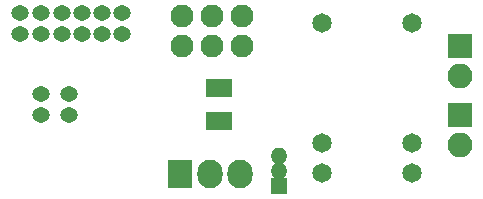
<source format=gbr>
G04 #@! TF.FileFunction,Soldermask,Bot*
%FSLAX46Y46*%
G04 Gerber Fmt 4.6, Leading zero omitted, Abs format (unit mm)*
G04 Created by KiCad (PCBNEW 4.0.2+dfsg1-stable) date 2017年12月22日 星期五 14时14分46秒*
%MOMM*%
G01*
G04 APERTURE LIST*
%ADD10C,0.100000*%
%ADD11C,1.950000*%
%ADD12R,2.100000X2.100000*%
%ADD13O,2.100000X2.100000*%
%ADD14R,2.178000X1.517600*%
%ADD15O,1.500000X1.298400*%
%ADD16R,2.127200X2.432000*%
%ADD17O,2.127200X2.432000*%
%ADD18O,1.499820X1.296620*%
%ADD19R,1.400000X1.400000*%
%ADD20O,1.400000X1.400000*%
%ADD21C,1.650000*%
G04 APERTURE END LIST*
D10*
D11*
X144063720Y-100457000D03*
X144063720Y-97917000D03*
X146603720Y-100457000D03*
X146603720Y-97917000D03*
X149143720Y-100457000D03*
X149143720Y-97917000D03*
D12*
X167528240Y-100416360D03*
D13*
X167528240Y-102956360D03*
D14*
X147193000Y-106807000D03*
X147193000Y-104013000D03*
D15*
X132080000Y-104521000D03*
X132080000Y-106299000D03*
D16*
X143891000Y-111252000D03*
D17*
X146431000Y-111252000D03*
X148971000Y-111252000D03*
D18*
X135534400Y-99390200D03*
X135534400Y-97614740D03*
X133832600Y-99390200D03*
X133832600Y-97614740D03*
X132054600Y-99390200D03*
X132054600Y-97614740D03*
X130347720Y-99395280D03*
X130347720Y-97619820D03*
D12*
X167528240Y-106283760D03*
D13*
X167528240Y-108823760D03*
D19*
X152273000Y-112268000D03*
D20*
X152273000Y-110998000D03*
X152273000Y-109728000D03*
D18*
X134493000Y-104521000D03*
X134493000Y-106296460D03*
X138968480Y-99359720D03*
X138968480Y-97584260D03*
X137241280Y-99359720D03*
X137241280Y-97584260D03*
D21*
X163504880Y-98445320D03*
X163504880Y-108605320D03*
X155884880Y-111145320D03*
X163504880Y-111145320D03*
X155884880Y-108605320D03*
X155884880Y-98445320D03*
M02*

</source>
